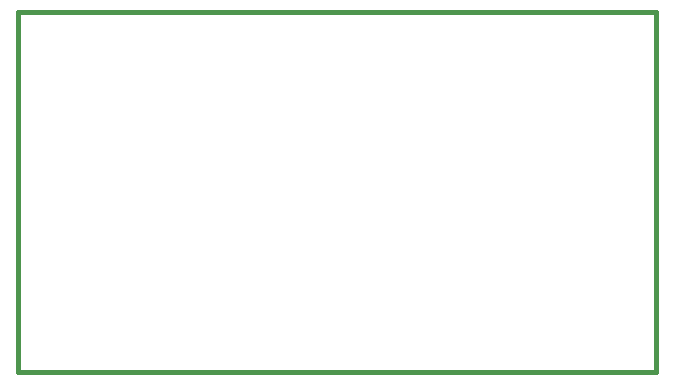
<source format=gko>
G04 (created by PCBNEW-RS274X (2011-05-25)-stable) date Thu 19 Jun 2014 11:29:52 AM PDT*
G01*
G70*
G90*
%MOIN*%
G04 Gerber Fmt 3.4, Leading zero omitted, Abs format*
%FSLAX34Y34*%
G04 APERTURE LIST*
%ADD10C,0.006000*%
%ADD11C,0.015000*%
G04 APERTURE END LIST*
G54D10*
G54D11*
X26000Y-04750D02*
X04750Y-04750D01*
X26000Y-16750D02*
X26000Y-04750D01*
X04750Y-16750D02*
X26000Y-16750D01*
X04750Y-04750D02*
X04750Y-16750D01*
M02*

</source>
